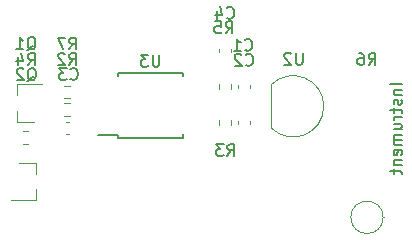
<source format=gbr>
G04 #@! TF.GenerationSoftware,KiCad,Pcbnew,(5.1.0-0)*
G04 #@! TF.CreationDate,2021-09-25T20:45:45+02:00*
G04 #@! TF.ProjectId,Kaefer_Konstanter_Tank,4b616566-6572-45f4-9b6f-6e7374616e74,rev?*
G04 #@! TF.SameCoordinates,Original*
G04 #@! TF.FileFunction,Legend,Bot*
G04 #@! TF.FilePolarity,Positive*
%FSLAX46Y46*%
G04 Gerber Fmt 4.6, Leading zero omitted, Abs format (unit mm)*
G04 Created by KiCad (PCBNEW (5.1.0-0)) date 2021-09-25 20:45:45*
%MOMM*%
%LPD*%
G04 APERTURE LIST*
%ADD10C,0.120000*%
%ADD11C,0.150000*%
G04 APERTURE END LIST*
D10*
X136880000Y-76739420D02*
X136880000Y-77020580D01*
X137900000Y-76739420D02*
X137900000Y-77020580D01*
X136880000Y-80090580D02*
X136880000Y-79809420D01*
X137900000Y-80090580D02*
X137900000Y-79809420D01*
X122590580Y-79860000D02*
X122309420Y-79860000D01*
X122590580Y-80880000D02*
X122309420Y-80880000D01*
X135270000Y-73960580D02*
X135270000Y-73679420D01*
X136290000Y-73960580D02*
X136290000Y-73679420D01*
X118180000Y-79860000D02*
X118180000Y-78930000D01*
X118180000Y-76700000D02*
X118180000Y-77630000D01*
X118180000Y-76700000D02*
X120340000Y-76700000D01*
X118180000Y-79860000D02*
X119640000Y-79860000D01*
X119800000Y-83360000D02*
X118340000Y-83360000D01*
X119800000Y-86520000D02*
X117640000Y-86520000D01*
X119800000Y-86520000D02*
X119800000Y-85590000D01*
X119800000Y-83360000D02*
X119800000Y-84290000D01*
X122202742Y-78327500D02*
X122677258Y-78327500D01*
X122202742Y-79372500D02*
X122677258Y-79372500D01*
X136342500Y-80182258D02*
X136342500Y-79707742D01*
X135297500Y-80182258D02*
X135297500Y-79707742D01*
X119157258Y-80677500D02*
X118682742Y-80677500D01*
X119157258Y-81722500D02*
X118682742Y-81722500D01*
X136312500Y-76642742D02*
X136312500Y-77117258D01*
X135267500Y-76642742D02*
X135267500Y-77117258D01*
X149190000Y-87970000D02*
G75*
G03X149190000Y-87970000I-1370000J0D01*
G01*
X149190000Y-87970000D02*
X149260000Y-87970000D01*
X139710000Y-80370000D02*
X139710000Y-76770000D01*
X139721522Y-80408478D02*
G75*
G03X144160000Y-78570000I1838478J1838478D01*
G01*
X139721522Y-76731522D02*
G75*
G02X144160000Y-78570000I1838478J-1838478D01*
G01*
D11*
X126780000Y-81225000D02*
X126780000Y-81020000D01*
X132280000Y-81225000D02*
X132280000Y-80925000D01*
X132280000Y-75715000D02*
X132280000Y-76015000D01*
X126780000Y-75715000D02*
X126780000Y-76015000D01*
X126780000Y-81225000D02*
X132280000Y-81225000D01*
X126780000Y-75715000D02*
X132280000Y-75715000D01*
X126780000Y-81020000D02*
X125030000Y-81020000D01*
D10*
X122677258Y-76807500D02*
X122202742Y-76807500D01*
X122677258Y-77852500D02*
X122202742Y-77852500D01*
D11*
X137496666Y-73757142D02*
X137544285Y-73804761D01*
X137687142Y-73852380D01*
X137782380Y-73852380D01*
X137925238Y-73804761D01*
X138020476Y-73709523D01*
X138068095Y-73614285D01*
X138115714Y-73423809D01*
X138115714Y-73280952D01*
X138068095Y-73090476D01*
X138020476Y-72995238D01*
X137925238Y-72900000D01*
X137782380Y-72852380D01*
X137687142Y-72852380D01*
X137544285Y-72900000D01*
X137496666Y-72947619D01*
X136544285Y-73852380D02*
X137115714Y-73852380D01*
X136830000Y-73852380D02*
X136830000Y-72852380D01*
X136925238Y-72995238D01*
X137020476Y-73090476D01*
X137115714Y-73138095D01*
X137556666Y-75027142D02*
X137604285Y-75074761D01*
X137747142Y-75122380D01*
X137842380Y-75122380D01*
X137985238Y-75074761D01*
X138080476Y-74979523D01*
X138128095Y-74884285D01*
X138175714Y-74693809D01*
X138175714Y-74550952D01*
X138128095Y-74360476D01*
X138080476Y-74265238D01*
X137985238Y-74170000D01*
X137842380Y-74122380D01*
X137747142Y-74122380D01*
X137604285Y-74170000D01*
X137556666Y-74217619D01*
X137175714Y-74217619D02*
X137128095Y-74170000D01*
X137032857Y-74122380D01*
X136794761Y-74122380D01*
X136699523Y-74170000D01*
X136651904Y-74217619D01*
X136604285Y-74312857D01*
X136604285Y-74408095D01*
X136651904Y-74550952D01*
X137223333Y-75122380D01*
X136604285Y-75122380D01*
X122716666Y-76247142D02*
X122764285Y-76294761D01*
X122907142Y-76342380D01*
X123002380Y-76342380D01*
X123145238Y-76294761D01*
X123240476Y-76199523D01*
X123288095Y-76104285D01*
X123335714Y-75913809D01*
X123335714Y-75770952D01*
X123288095Y-75580476D01*
X123240476Y-75485238D01*
X123145238Y-75390000D01*
X123002380Y-75342380D01*
X122907142Y-75342380D01*
X122764285Y-75390000D01*
X122716666Y-75437619D01*
X122383333Y-75342380D02*
X121764285Y-75342380D01*
X122097619Y-75723333D01*
X121954761Y-75723333D01*
X121859523Y-75770952D01*
X121811904Y-75818571D01*
X121764285Y-75913809D01*
X121764285Y-76151904D01*
X121811904Y-76247142D01*
X121859523Y-76294761D01*
X121954761Y-76342380D01*
X122240476Y-76342380D01*
X122335714Y-76294761D01*
X122383333Y-76247142D01*
X135956666Y-71047142D02*
X136004285Y-71094761D01*
X136147142Y-71142380D01*
X136242380Y-71142380D01*
X136385238Y-71094761D01*
X136480476Y-70999523D01*
X136528095Y-70904285D01*
X136575714Y-70713809D01*
X136575714Y-70570952D01*
X136528095Y-70380476D01*
X136480476Y-70285238D01*
X136385238Y-70190000D01*
X136242380Y-70142380D01*
X136147142Y-70142380D01*
X136004285Y-70190000D01*
X135956666Y-70237619D01*
X135099523Y-70475714D02*
X135099523Y-71142380D01*
X135337619Y-70094761D02*
X135575714Y-70809047D01*
X134956666Y-70809047D01*
X119035238Y-73817619D02*
X119130476Y-73770000D01*
X119225714Y-73674761D01*
X119368571Y-73531904D01*
X119463809Y-73484285D01*
X119559047Y-73484285D01*
X119511428Y-73722380D02*
X119606666Y-73674761D01*
X119701904Y-73579523D01*
X119749523Y-73389047D01*
X119749523Y-73055714D01*
X119701904Y-72865238D01*
X119606666Y-72770000D01*
X119511428Y-72722380D01*
X119320952Y-72722380D01*
X119225714Y-72770000D01*
X119130476Y-72865238D01*
X119082857Y-73055714D01*
X119082857Y-73389047D01*
X119130476Y-73579523D01*
X119225714Y-73674761D01*
X119320952Y-73722380D01*
X119511428Y-73722380D01*
X118130476Y-73722380D02*
X118701904Y-73722380D01*
X118416190Y-73722380D02*
X118416190Y-72722380D01*
X118511428Y-72865238D01*
X118606666Y-72960476D01*
X118701904Y-73008095D01*
X119065238Y-76447619D02*
X119160476Y-76400000D01*
X119255714Y-76304761D01*
X119398571Y-76161904D01*
X119493809Y-76114285D01*
X119589047Y-76114285D01*
X119541428Y-76352380D02*
X119636666Y-76304761D01*
X119731904Y-76209523D01*
X119779523Y-76019047D01*
X119779523Y-75685714D01*
X119731904Y-75495238D01*
X119636666Y-75400000D01*
X119541428Y-75352380D01*
X119350952Y-75352380D01*
X119255714Y-75400000D01*
X119160476Y-75495238D01*
X119112857Y-75685714D01*
X119112857Y-76019047D01*
X119160476Y-76209523D01*
X119255714Y-76304761D01*
X119350952Y-76352380D01*
X119541428Y-76352380D01*
X118731904Y-75447619D02*
X118684285Y-75400000D01*
X118589047Y-75352380D01*
X118350952Y-75352380D01*
X118255714Y-75400000D01*
X118208095Y-75447619D01*
X118160476Y-75542857D01*
X118160476Y-75638095D01*
X118208095Y-75780952D01*
X118779523Y-76352380D01*
X118160476Y-76352380D01*
X122616666Y-75052380D02*
X122950000Y-74576190D01*
X123188095Y-75052380D02*
X123188095Y-74052380D01*
X122807142Y-74052380D01*
X122711904Y-74100000D01*
X122664285Y-74147619D01*
X122616666Y-74242857D01*
X122616666Y-74385714D01*
X122664285Y-74480952D01*
X122711904Y-74528571D01*
X122807142Y-74576190D01*
X123188095Y-74576190D01*
X122235714Y-74147619D02*
X122188095Y-74100000D01*
X122092857Y-74052380D01*
X121854761Y-74052380D01*
X121759523Y-74100000D01*
X121711904Y-74147619D01*
X121664285Y-74242857D01*
X121664285Y-74338095D01*
X121711904Y-74480952D01*
X122283333Y-75052380D01*
X121664285Y-75052380D01*
X136006666Y-82762380D02*
X136340000Y-82286190D01*
X136578095Y-82762380D02*
X136578095Y-81762380D01*
X136197142Y-81762380D01*
X136101904Y-81810000D01*
X136054285Y-81857619D01*
X136006666Y-81952857D01*
X136006666Y-82095714D01*
X136054285Y-82190952D01*
X136101904Y-82238571D01*
X136197142Y-82286190D01*
X136578095Y-82286190D01*
X135673333Y-81762380D02*
X135054285Y-81762380D01*
X135387619Y-82143333D01*
X135244761Y-82143333D01*
X135149523Y-82190952D01*
X135101904Y-82238571D01*
X135054285Y-82333809D01*
X135054285Y-82571904D01*
X135101904Y-82667142D01*
X135149523Y-82714761D01*
X135244761Y-82762380D01*
X135530476Y-82762380D01*
X135625714Y-82714761D01*
X135673333Y-82667142D01*
X119106666Y-75082380D02*
X119440000Y-74606190D01*
X119678095Y-75082380D02*
X119678095Y-74082380D01*
X119297142Y-74082380D01*
X119201904Y-74130000D01*
X119154285Y-74177619D01*
X119106666Y-74272857D01*
X119106666Y-74415714D01*
X119154285Y-74510952D01*
X119201904Y-74558571D01*
X119297142Y-74606190D01*
X119678095Y-74606190D01*
X118249523Y-74415714D02*
X118249523Y-75082380D01*
X118487619Y-74034761D02*
X118725714Y-74749047D01*
X118106666Y-74749047D01*
X135856666Y-72372380D02*
X136190000Y-71896190D01*
X136428095Y-72372380D02*
X136428095Y-71372380D01*
X136047142Y-71372380D01*
X135951904Y-71420000D01*
X135904285Y-71467619D01*
X135856666Y-71562857D01*
X135856666Y-71705714D01*
X135904285Y-71800952D01*
X135951904Y-71848571D01*
X136047142Y-71896190D01*
X136428095Y-71896190D01*
X134951904Y-71372380D02*
X135428095Y-71372380D01*
X135475714Y-71848571D01*
X135428095Y-71800952D01*
X135332857Y-71753333D01*
X135094761Y-71753333D01*
X134999523Y-71800952D01*
X134951904Y-71848571D01*
X134904285Y-71943809D01*
X134904285Y-72181904D01*
X134951904Y-72277142D01*
X134999523Y-72324761D01*
X135094761Y-72372380D01*
X135332857Y-72372380D01*
X135428095Y-72324761D01*
X135475714Y-72277142D01*
X147966666Y-75062380D02*
X148300000Y-74586190D01*
X148538095Y-75062380D02*
X148538095Y-74062380D01*
X148157142Y-74062380D01*
X148061904Y-74110000D01*
X148014285Y-74157619D01*
X147966666Y-74252857D01*
X147966666Y-74395714D01*
X148014285Y-74490952D01*
X148061904Y-74538571D01*
X148157142Y-74586190D01*
X148538095Y-74586190D01*
X147109523Y-74062380D02*
X147300000Y-74062380D01*
X147395238Y-74110000D01*
X147442857Y-74157619D01*
X147538095Y-74300476D01*
X147585714Y-74490952D01*
X147585714Y-74871904D01*
X147538095Y-74967142D01*
X147490476Y-75014761D01*
X147395238Y-75062380D01*
X147204761Y-75062380D01*
X147109523Y-75014761D01*
X147061904Y-74967142D01*
X147014285Y-74871904D01*
X147014285Y-74633809D01*
X147061904Y-74538571D01*
X147109523Y-74490952D01*
X147204761Y-74443333D01*
X147395238Y-74443333D01*
X147490476Y-74490952D01*
X147538095Y-74538571D01*
X147585714Y-74633809D01*
X142371904Y-74032380D02*
X142371904Y-74841904D01*
X142324285Y-74937142D01*
X142276666Y-74984761D01*
X142181428Y-75032380D01*
X141990952Y-75032380D01*
X141895714Y-74984761D01*
X141848095Y-74937142D01*
X141800476Y-74841904D01*
X141800476Y-74032380D01*
X141371904Y-74127619D02*
X141324285Y-74080000D01*
X141229047Y-74032380D01*
X140990952Y-74032380D01*
X140895714Y-74080000D01*
X140848095Y-74127619D01*
X140800476Y-74222857D01*
X140800476Y-74318095D01*
X140848095Y-74460952D01*
X141419523Y-75032380D01*
X140800476Y-75032380D01*
X130241904Y-74202380D02*
X130241904Y-75011904D01*
X130194285Y-75107142D01*
X130146666Y-75154761D01*
X130051428Y-75202380D01*
X129860952Y-75202380D01*
X129765714Y-75154761D01*
X129718095Y-75107142D01*
X129670476Y-75011904D01*
X129670476Y-74202380D01*
X129289523Y-74202380D02*
X128670476Y-74202380D01*
X129003809Y-74583333D01*
X128860952Y-74583333D01*
X128765714Y-74630952D01*
X128718095Y-74678571D01*
X128670476Y-74773809D01*
X128670476Y-75011904D01*
X128718095Y-75107142D01*
X128765714Y-75154761D01*
X128860952Y-75202380D01*
X129146666Y-75202380D01*
X129241904Y-75154761D01*
X129289523Y-75107142D01*
X122616666Y-73752380D02*
X122950000Y-73276190D01*
X123188095Y-73752380D02*
X123188095Y-72752380D01*
X122807142Y-72752380D01*
X122711904Y-72800000D01*
X122664285Y-72847619D01*
X122616666Y-72942857D01*
X122616666Y-73085714D01*
X122664285Y-73180952D01*
X122711904Y-73228571D01*
X122807142Y-73276190D01*
X123188095Y-73276190D01*
X122283333Y-72752380D02*
X121616666Y-72752380D01*
X122045238Y-73752380D01*
X150752380Y-76671904D02*
X149752380Y-76671904D01*
X150085714Y-77148095D02*
X150752380Y-77148095D01*
X150180952Y-77148095D02*
X150133333Y-77195714D01*
X150085714Y-77290952D01*
X150085714Y-77433809D01*
X150133333Y-77529047D01*
X150228571Y-77576666D01*
X150752380Y-77576666D01*
X150704761Y-78005238D02*
X150752380Y-78100476D01*
X150752380Y-78290952D01*
X150704761Y-78386190D01*
X150609523Y-78433809D01*
X150561904Y-78433809D01*
X150466666Y-78386190D01*
X150419047Y-78290952D01*
X150419047Y-78148095D01*
X150371428Y-78052857D01*
X150276190Y-78005238D01*
X150228571Y-78005238D01*
X150133333Y-78052857D01*
X150085714Y-78148095D01*
X150085714Y-78290952D01*
X150133333Y-78386190D01*
X150085714Y-78719523D02*
X150085714Y-79100476D01*
X149752380Y-78862380D02*
X150609523Y-78862380D01*
X150704761Y-78910000D01*
X150752380Y-79005238D01*
X150752380Y-79100476D01*
X150752380Y-79433809D02*
X150085714Y-79433809D01*
X150276190Y-79433809D02*
X150180952Y-79481428D01*
X150133333Y-79529047D01*
X150085714Y-79624285D01*
X150085714Y-79719523D01*
X150085714Y-80481428D02*
X150752380Y-80481428D01*
X150085714Y-80052857D02*
X150609523Y-80052857D01*
X150704761Y-80100476D01*
X150752380Y-80195714D01*
X150752380Y-80338571D01*
X150704761Y-80433809D01*
X150657142Y-80481428D01*
X150752380Y-80957619D02*
X150085714Y-80957619D01*
X150180952Y-80957619D02*
X150133333Y-81005238D01*
X150085714Y-81100476D01*
X150085714Y-81243333D01*
X150133333Y-81338571D01*
X150228571Y-81386190D01*
X150752380Y-81386190D01*
X150228571Y-81386190D02*
X150133333Y-81433809D01*
X150085714Y-81529047D01*
X150085714Y-81671904D01*
X150133333Y-81767142D01*
X150228571Y-81814761D01*
X150752380Y-81814761D01*
X150704761Y-82671904D02*
X150752380Y-82576666D01*
X150752380Y-82386190D01*
X150704761Y-82290952D01*
X150609523Y-82243333D01*
X150228571Y-82243333D01*
X150133333Y-82290952D01*
X150085714Y-82386190D01*
X150085714Y-82576666D01*
X150133333Y-82671904D01*
X150228571Y-82719523D01*
X150323809Y-82719523D01*
X150419047Y-82243333D01*
X150085714Y-83148095D02*
X150752380Y-83148095D01*
X150180952Y-83148095D02*
X150133333Y-83195714D01*
X150085714Y-83290952D01*
X150085714Y-83433809D01*
X150133333Y-83529047D01*
X150228571Y-83576666D01*
X150752380Y-83576666D01*
X150085714Y-83910000D02*
X150085714Y-84290952D01*
X149752380Y-84052857D02*
X150609523Y-84052857D01*
X150704761Y-84100476D01*
X150752380Y-84195714D01*
X150752380Y-84290952D01*
M02*

</source>
